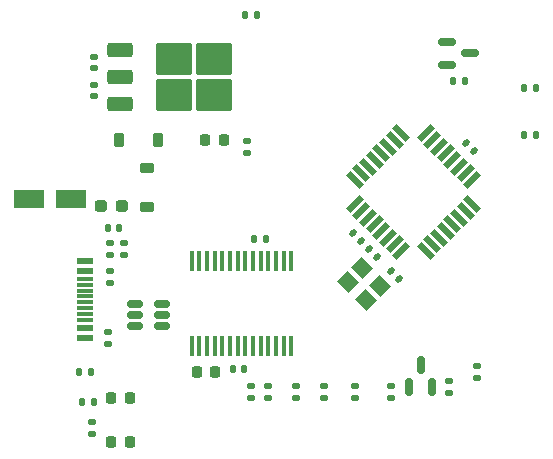
<source format=gtp>
%TF.GenerationSoftware,KiCad,Pcbnew,8.0.8-8.0.8-0~ubuntu24.04.1*%
%TF.CreationDate,2025-02-01T12:16:17-07:00*%
%TF.ProjectId,Control Board,436f6e74-726f-46c2-9042-6f6172642e6b,rev?*%
%TF.SameCoordinates,Original*%
%TF.FileFunction,Paste,Top*%
%TF.FilePolarity,Positive*%
%FSLAX46Y46*%
G04 Gerber Fmt 4.6, Leading zero omitted, Abs format (unit mm)*
G04 Created by KiCad (PCBNEW 8.0.8-8.0.8-0~ubuntu24.04.1) date 2025-02-01 12:16:17*
%MOMM*%
%LPD*%
G01*
G04 APERTURE LIST*
G04 Aperture macros list*
%AMRoundRect*
0 Rectangle with rounded corners*
0 $1 Rounding radius*
0 $2 $3 $4 $5 $6 $7 $8 $9 X,Y pos of 4 corners*
0 Add a 4 corners polygon primitive as box body*
4,1,4,$2,$3,$4,$5,$6,$7,$8,$9,$2,$3,0*
0 Add four circle primitives for the rounded corners*
1,1,$1+$1,$2,$3*
1,1,$1+$1,$4,$5*
1,1,$1+$1,$6,$7*
1,1,$1+$1,$8,$9*
0 Add four rect primitives between the rounded corners*
20,1,$1+$1,$2,$3,$4,$5,0*
20,1,$1+$1,$4,$5,$6,$7,0*
20,1,$1+$1,$6,$7,$8,$9,0*
20,1,$1+$1,$8,$9,$2,$3,0*%
%AMRotRect*
0 Rectangle, with rotation*
0 The origin of the aperture is its center*
0 $1 length*
0 $2 width*
0 $3 Rotation angle, in degrees counterclockwise*
0 Add horizontal line*
21,1,$1,$2,0,0,$3*%
G04 Aperture macros list end*
%ADD10RoundRect,0.135000X0.135000X0.185000X-0.135000X0.185000X-0.135000X-0.185000X0.135000X-0.185000X0*%
%ADD11RoundRect,0.140000X-0.170000X0.140000X-0.170000X-0.140000X0.170000X-0.140000X0.170000X0.140000X0*%
%ADD12RoundRect,0.150000X0.150000X-0.587500X0.150000X0.587500X-0.150000X0.587500X-0.150000X-0.587500X0*%
%ADD13RoundRect,0.135000X-0.135000X-0.185000X0.135000X-0.185000X0.135000X0.185000X-0.135000X0.185000X0*%
%ADD14RoundRect,0.140000X-0.140000X-0.170000X0.140000X-0.170000X0.140000X0.170000X-0.140000X0.170000X0*%
%ADD15R,1.450000X0.600000*%
%ADD16R,1.450000X0.300000*%
%ADD17RoundRect,0.250000X-0.850000X-0.350000X0.850000X-0.350000X0.850000X0.350000X-0.850000X0.350000X0*%
%ADD18RoundRect,0.250000X-1.275000X-1.125000X1.275000X-1.125000X1.275000X1.125000X-1.275000X1.125000X0*%
%ADD19RoundRect,0.250000X1.050000X0.550000X-1.050000X0.550000X-1.050000X-0.550000X1.050000X-0.550000X0*%
%ADD20RoundRect,0.135000X0.185000X-0.135000X0.185000X0.135000X-0.185000X0.135000X-0.185000X-0.135000X0*%
%ADD21R,0.450000X1.750000*%
%ADD22RoundRect,0.135000X-0.185000X0.135000X-0.185000X-0.135000X0.185000X-0.135000X0.185000X0.135000X0*%
%ADD23RoundRect,0.218750X0.218750X0.256250X-0.218750X0.256250X-0.218750X-0.256250X0.218750X-0.256250X0*%
%ADD24RoundRect,0.237500X-0.287500X-0.237500X0.287500X-0.237500X0.287500X0.237500X-0.287500X0.237500X0*%
%ADD25RoundRect,0.140000X0.219203X0.021213X0.021213X0.219203X-0.219203X-0.021213X-0.021213X-0.219203X0*%
%ADD26RoundRect,0.140000X-0.219203X-0.021213X-0.021213X-0.219203X0.219203X0.021213X0.021213X0.219203X0*%
%ADD27RotRect,1.600000X0.550000X45.000000*%
%ADD28RotRect,1.600000X0.550000X135.000000*%
%ADD29RoundRect,0.140000X0.170000X-0.140000X0.170000X0.140000X-0.170000X0.140000X-0.170000X-0.140000X0*%
%ADD30RoundRect,0.150000X-0.512500X-0.150000X0.512500X-0.150000X0.512500X0.150000X-0.512500X0.150000X0*%
%ADD31RoundRect,0.147500X0.172500X-0.147500X0.172500X0.147500X-0.172500X0.147500X-0.172500X-0.147500X0*%
%ADD32RoundRect,0.150000X-0.587500X-0.150000X0.587500X-0.150000X0.587500X0.150000X-0.587500X0.150000X0*%
%ADD33RotRect,1.400000X1.200000X135.000000*%
%ADD34RoundRect,0.225000X-0.375000X0.225000X-0.375000X-0.225000X0.375000X-0.225000X0.375000X0.225000X0*%
%ADD35RoundRect,0.140000X0.140000X0.170000X-0.140000X0.170000X-0.140000X-0.170000X0.140000X-0.170000X0*%
%ADD36RoundRect,0.225000X-0.225000X-0.250000X0.225000X-0.250000X0.225000X0.250000X-0.225000X0.250000X0*%
%ADD37RoundRect,0.225000X0.225000X0.375000X-0.225000X0.375000X-0.225000X-0.375000X0.225000X-0.375000X0*%
G04 APERTURE END LIST*
D10*
%TO.C,R5*%
X141510000Y-116800000D03*
X140490000Y-116800000D03*
%TD*%
D11*
%TO.C,C15*%
X141521573Y-89941573D03*
X141521573Y-90901573D03*
%TD*%
D12*
%TO.C,Q4*%
X168250000Y-115537500D03*
X170150000Y-115537500D03*
X169200000Y-113662500D03*
%TD*%
D13*
%TO.C,R16*%
X171952500Y-89600000D03*
X172972500Y-89600000D03*
%TD*%
D14*
%TO.C,C1*%
X155120000Y-103000000D03*
X156080000Y-103000000D03*
%TD*%
D15*
%TO.C,J2*%
X140766573Y-104841573D03*
X140766573Y-105641573D03*
D16*
X140766573Y-106841573D03*
X140766573Y-107841573D03*
X140766573Y-108341573D03*
X140766573Y-109341573D03*
D15*
X140766573Y-110541573D03*
X140766573Y-111341573D03*
X140766573Y-111341573D03*
X140766573Y-110541573D03*
D16*
X140766573Y-109841573D03*
X140766573Y-108841573D03*
X140766573Y-107341573D03*
X140766573Y-106341573D03*
D15*
X140766573Y-105641573D03*
X140766573Y-104841573D03*
%TD*%
D17*
%TO.C,U1*%
X143721573Y-86941573D03*
X143721573Y-89221573D03*
D18*
X148346573Y-87696573D03*
X148346573Y-90746573D03*
X151696573Y-87696573D03*
X151696573Y-90746573D03*
D17*
X143721573Y-91501573D03*
%TD*%
D10*
%TO.C,R13*%
X179000000Y-90200000D03*
X177980000Y-90200000D03*
%TD*%
D19*
%TO.C,C13*%
X139600000Y-99621573D03*
X136000000Y-99621573D03*
%TD*%
D20*
%TO.C,R1*%
X142721573Y-111841573D03*
X142721573Y-110821573D03*
%TD*%
D21*
%TO.C,U3*%
X158250000Y-104800000D03*
X157600000Y-104800000D03*
X156950000Y-104800000D03*
X156300000Y-104800000D03*
X155650000Y-104800000D03*
X155000000Y-104800000D03*
X154350000Y-104800000D03*
X153700000Y-104800000D03*
X153050000Y-104800000D03*
X152400000Y-104800000D03*
X151750000Y-104800000D03*
X151100000Y-104800000D03*
X150450000Y-104800000D03*
X149800000Y-104800000D03*
X149800000Y-112000000D03*
X150450000Y-112000000D03*
X151100000Y-112000000D03*
X151750000Y-112000000D03*
X152400000Y-112000000D03*
X153050000Y-112000000D03*
X153700000Y-112000000D03*
X154350000Y-112000000D03*
X155000000Y-112000000D03*
X155650000Y-112000000D03*
X156300000Y-112000000D03*
X156950000Y-112000000D03*
X157600000Y-112000000D03*
X158250000Y-112000000D03*
%TD*%
D22*
%TO.C,R21*%
X161050000Y-115427500D03*
X161050000Y-116447500D03*
%TD*%
D11*
%TO.C,C4*%
X144121573Y-103341573D03*
X144121573Y-104301573D03*
%TD*%
D23*
%TO.C,D8*%
X152509073Y-94621573D03*
X150934073Y-94621573D03*
%TD*%
D22*
%TO.C,R19*%
X154800000Y-115427500D03*
X154800000Y-116447500D03*
%TD*%
D23*
%TO.C,D2*%
X144587500Y-120200000D03*
X143012500Y-120200000D03*
%TD*%
D24*
%TO.C,F2*%
X142125000Y-100221573D03*
X143875000Y-100221573D03*
%TD*%
D25*
%TO.C,C9*%
X167339411Y-106339411D03*
X166660589Y-105660589D03*
%TD*%
D26*
%TO.C,C7*%
X173060589Y-94860589D03*
X173739411Y-95539411D03*
%TD*%
D27*
%TO.C,U5*%
X163614897Y-100025305D03*
X164180583Y-100590990D03*
X164746268Y-101156676D03*
X165311953Y-101722361D03*
X165877639Y-102288047D03*
X166443324Y-102853732D03*
X167009010Y-103419417D03*
X167574695Y-103985103D03*
D28*
X169625305Y-103985103D03*
X170190990Y-103419417D03*
X170756676Y-102853732D03*
X171322361Y-102288047D03*
X171888047Y-101722361D03*
X172453732Y-101156676D03*
X173019417Y-100590990D03*
X173585103Y-100025305D03*
D27*
X173585103Y-97974695D03*
X173019417Y-97409010D03*
X172453732Y-96843324D03*
X171888047Y-96277639D03*
X171322361Y-95711953D03*
X170756676Y-95146268D03*
X170190990Y-94580583D03*
X169625305Y-94014897D03*
D28*
X167574695Y-94014897D03*
X167009010Y-94580583D03*
X166443324Y-95146268D03*
X165877639Y-95711953D03*
X165311953Y-96277639D03*
X164746268Y-96843324D03*
X164180583Y-97409010D03*
X163614897Y-97974695D03*
%TD*%
D29*
%TO.C,C16*%
X141521573Y-88501573D03*
X141521573Y-87541573D03*
%TD*%
D20*
%TO.C,R7*%
X166650000Y-116447500D03*
X166650000Y-115427500D03*
%TD*%
%TO.C,R14*%
X174000000Y-114710000D03*
X174000000Y-113690000D03*
%TD*%
D22*
%TO.C,R20*%
X158650000Y-115427500D03*
X158650000Y-116447500D03*
%TD*%
D30*
%TO.C,U2*%
X144984073Y-108471573D03*
X144984073Y-109421573D03*
X144984073Y-110371573D03*
X147259073Y-110371573D03*
X147259073Y-109421573D03*
X147259073Y-108471573D03*
%TD*%
D22*
%TO.C,R18*%
X156250000Y-115427500D03*
X156250000Y-116447500D03*
%TD*%
D23*
%TO.C,D3*%
X144587500Y-116400000D03*
X143012500Y-116400000D03*
%TD*%
D20*
%TO.C,R4*%
X141400000Y-119510000D03*
X141400000Y-118490000D03*
%TD*%
D22*
%TO.C,R9*%
X154521573Y-94711573D03*
X154521573Y-95731573D03*
%TD*%
D31*
%TO.C,FB2*%
X142921573Y-104306573D03*
X142921573Y-103336573D03*
%TD*%
D32*
%TO.C,Q3*%
X171462500Y-86300000D03*
X171462500Y-88200000D03*
X173337500Y-87250000D03*
%TD*%
D33*
%TO.C,Y2*%
X165778858Y-106976777D03*
X164223223Y-105421142D03*
X163021142Y-106623223D03*
X164576777Y-108178858D03*
%TD*%
D34*
%TO.C,D6*%
X146000000Y-96950000D03*
X146000000Y-100250000D03*
%TD*%
D35*
%TO.C,C2*%
X154280000Y-114000000D03*
X153320000Y-114000000D03*
%TD*%
D36*
%TO.C,C12*%
X150225000Y-114200000D03*
X151775000Y-114200000D03*
%TD*%
D35*
%TO.C,C5*%
X143680000Y-102021573D03*
X142720000Y-102021573D03*
%TD*%
D10*
%TO.C,R17*%
X179000000Y-94200000D03*
X177980000Y-94200000D03*
%TD*%
D26*
%TO.C,C8*%
X164860589Y-103860589D03*
X165539411Y-104539411D03*
%TD*%
D22*
%TO.C,R2*%
X142921573Y-105711573D03*
X142921573Y-106731573D03*
%TD*%
%TO.C,R6*%
X171600000Y-114990000D03*
X171600000Y-116010000D03*
%TD*%
D13*
%TO.C,R15*%
X154290000Y-84000000D03*
X155310000Y-84000000D03*
%TD*%
%TO.C,R8*%
X140290000Y-114200000D03*
X141310000Y-114200000D03*
%TD*%
D25*
%TO.C,C6*%
X164139411Y-103139411D03*
X163460589Y-102460589D03*
%TD*%
D22*
%TO.C,R22*%
X163650000Y-115427500D03*
X163650000Y-116447500D03*
%TD*%
D37*
%TO.C,D7*%
X146971573Y-94621573D03*
X143671573Y-94621573D03*
%TD*%
M02*

</source>
